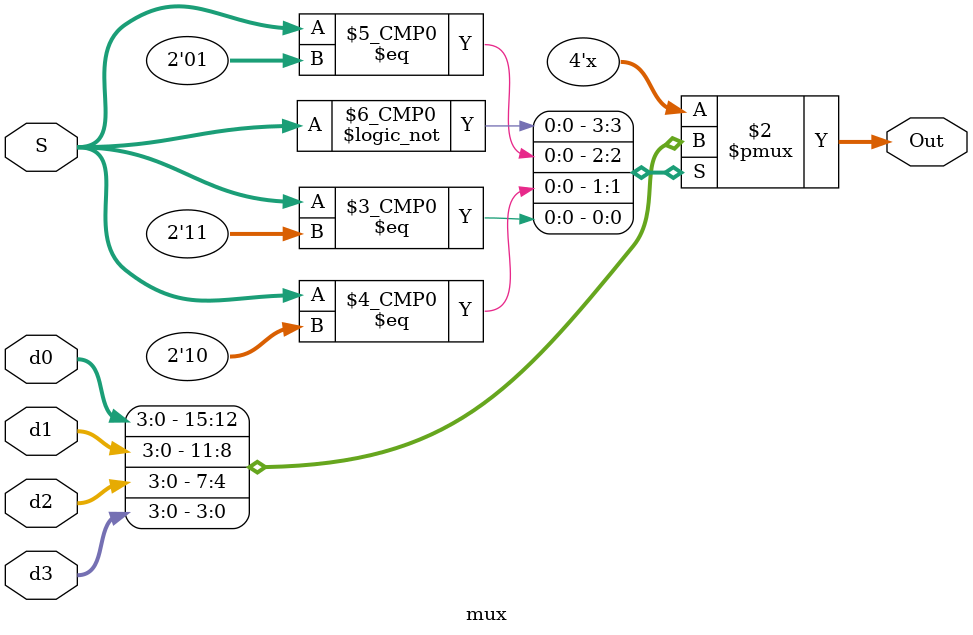
<source format=sv>
module mux (input logic [3:0] d0, d1, d2, d3,
            input logic [1:0] S,
            output logic [3:0] Out);
            
    always_comb
    case (S)
        2'b00: Out = d0;
        2'b01: Out = d1;
        2'b10: Out = d2;
        2'b11: Out = d3;
        default: Out = 4'b0000; 
    endcase
endmodule
</source>
